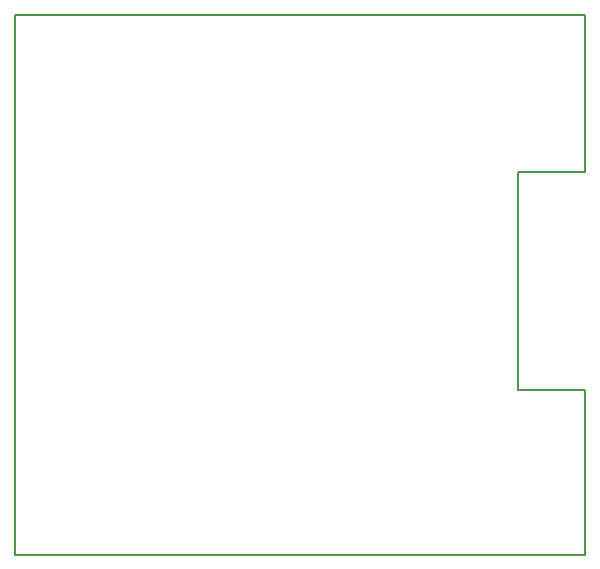
<source format=gm1>
G04 #@! TF.GenerationSoftware,KiCad,Pcbnew,(5.1.6)-1*
G04 #@! TF.CreationDate,2023-04-30T23:16:11+02:00*
G04 #@! TF.ProjectId,hub-1-wire,6875622d-312d-4776-9972-652e6b696361,rev?*
G04 #@! TF.SameCoordinates,Original*
G04 #@! TF.FileFunction,Profile,NP*
%FSLAX46Y46*%
G04 Gerber Fmt 4.6, Leading zero omitted, Abs format (unit mm)*
G04 Created by KiCad (PCBNEW (5.1.6)-1) date 2023-04-30 23:16:11*
%MOMM*%
%LPD*%
G01*
G04 APERTURE LIST*
G04 #@! TA.AperFunction,Profile*
%ADD10C,0.150000*%
G04 #@! TD*
G04 APERTURE END LIST*
D10*
X240665000Y-101600000D02*
X240665000Y-115570000D01*
X234950000Y-101600000D02*
X240665000Y-101600000D01*
X234950000Y-83185000D02*
X234950000Y-101600000D01*
X234950000Y-83185000D02*
X240665000Y-83185000D01*
X192405000Y-115570000D02*
X240665000Y-115570000D01*
X192405000Y-115570000D02*
X192405000Y-69850000D01*
X240665000Y-69850000D02*
X240665000Y-83185000D01*
X192405000Y-69850000D02*
X240665000Y-69850000D01*
M02*

</source>
